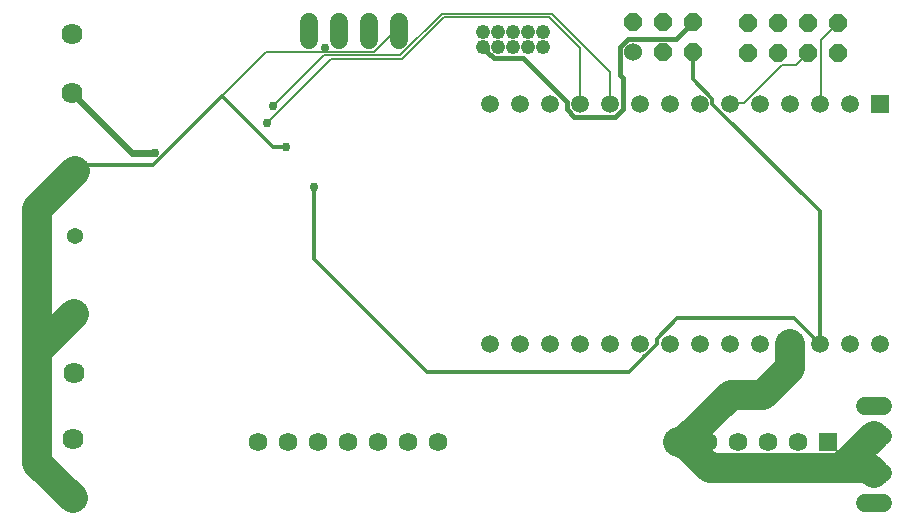
<source format=gbr>
G04 EAGLE Gerber RS-274X export*
G75*
%MOMM*%
%FSLAX34Y34*%
%LPD*%
%INBottom Copper*%
%IPPOS*%
%AMOC8*
5,1,8,0,0,1.08239X$1,22.5*%
G01*
%ADD10C,1.524000*%
%ADD11P,1.649562X8X22.500000*%
%ADD12P,1.649562X8X202.500000*%
%ADD13C,1.524000*%
%ADD14R,1.508000X1.508000*%
%ADD15C,1.508000*%
%ADD16C,1.590000*%
%ADD17R,1.590000X1.590000*%
%ADD18C,1.790700*%
%ADD19C,1.219200*%
%ADD20R,1.371600X1.371600*%
%ADD21C,1.371600*%
%ADD22C,2.540000*%
%ADD23C,0.152400*%
%ADD24C,0.304800*%
%ADD25C,0.756400*%
%ADD26C,0.406400*%
%ADD27C,0.609600*%


D10*
X579800Y480200D03*
D11*
X605200Y480200D03*
X630600Y480200D03*
X579800Y505600D03*
X605200Y505600D03*
X630600Y505600D03*
D12*
X753400Y505190D03*
X728000Y505190D03*
X702600Y505190D03*
X677200Y505190D03*
X753400Y479790D03*
X728000Y479790D03*
X702600Y479790D03*
X677200Y479790D03*
D13*
X305530Y490460D02*
X305530Y505700D01*
X330930Y505700D02*
X330930Y490460D01*
X356330Y490460D02*
X356330Y505700D01*
X381730Y505700D02*
X381730Y490460D01*
D14*
X788652Y436600D03*
D15*
X763252Y436600D03*
X737852Y436600D03*
X712452Y436600D03*
X687052Y436600D03*
X661652Y436600D03*
X636252Y436600D03*
X610852Y436600D03*
X585452Y436600D03*
X560052Y436600D03*
X534652Y436600D03*
X509252Y436600D03*
X483852Y436600D03*
X458452Y436600D03*
X458452Y233400D03*
X483852Y233400D03*
X509252Y233400D03*
X534652Y233400D03*
X560052Y233400D03*
X585452Y233400D03*
X610852Y233400D03*
X636252Y233400D03*
X661652Y233400D03*
X687052Y233400D03*
X712452Y233400D03*
X737852Y233400D03*
X763252Y233400D03*
X788652Y233400D03*
D16*
X262400Y150000D03*
X287800Y150000D03*
X313200Y150000D03*
X338600Y150000D03*
X364000Y150000D03*
X389400Y150000D03*
X414800Y150000D03*
X643400Y150000D03*
X618000Y150000D03*
X668800Y150000D03*
X694200Y150000D03*
X719600Y150000D03*
D17*
X745000Y150000D03*
D18*
X106110Y258730D03*
X106110Y208692D03*
X105430Y152420D03*
X105430Y102382D03*
X104710Y495600D03*
X104710Y445562D03*
D19*
X503810Y497490D03*
X503810Y484790D03*
X491110Y497490D03*
X491110Y484790D03*
X478410Y497490D03*
X478410Y484790D03*
X465710Y497490D03*
X465710Y484790D03*
X453010Y497490D03*
X453010Y484790D03*
D13*
X776330Y155460D02*
X791570Y155460D01*
X791570Y180860D02*
X776330Y180860D01*
X776110Y123890D02*
X791350Y123890D01*
X791350Y98490D02*
X776110Y98490D01*
D20*
X107300Y379840D03*
D21*
X107300Y324722D03*
D22*
X75000Y132812D02*
X105430Y102382D01*
X618000Y150000D02*
X622441Y150000D01*
X756316Y127826D02*
X783950Y155460D01*
X756316Y127826D02*
X644615Y127826D01*
X622441Y150000D01*
X779794Y127826D02*
X783730Y123890D01*
X779794Y127826D02*
X756316Y127826D01*
X712452Y212452D02*
X712452Y233400D01*
X662441Y190000D02*
X622441Y150000D01*
X690000Y190000D02*
X712452Y212452D01*
X690000Y190000D02*
X662441Y190000D01*
X75000Y227620D02*
X75000Y132812D01*
X75000Y227620D02*
X106110Y258730D01*
X75000Y347540D02*
X107300Y379840D01*
X75000Y347540D02*
X75000Y227620D01*
D23*
X643400Y150000D02*
X646960Y153081D01*
X622441Y150000D01*
X390000Y150000D02*
X389400Y150000D01*
D24*
X173750Y385000D02*
X118750Y385000D01*
D23*
X107300Y379840D01*
X377959Y498080D02*
X381730Y498080D01*
X377959Y498080D02*
X360433Y480554D01*
X318750Y480554D02*
X269304Y480554D01*
X318750Y480554D02*
X360433Y480554D01*
D24*
X231875Y443125D02*
X173750Y385000D01*
D23*
X231875Y443125D02*
X269304Y480554D01*
X318750Y480554D02*
X318750Y483750D01*
D25*
X318750Y483750D03*
D26*
X456058Y480792D02*
X461712Y475138D01*
X523556Y432004D02*
X530056Y425504D01*
X564648Y425504D02*
X571148Y432004D01*
X456058Y481742D02*
X453010Y484790D01*
X456058Y481742D02*
X456058Y480792D01*
X616376Y491376D02*
X630600Y505600D01*
X616376Y491376D02*
X575171Y491376D01*
X571148Y458437D02*
X571148Y432004D01*
X571148Y458437D02*
X568624Y460961D01*
X568624Y484829D01*
X575171Y491376D01*
X486406Y475138D02*
X461712Y475138D01*
X486406Y475138D02*
X523556Y437988D01*
X523556Y432004D01*
X530056Y425504D02*
X564648Y425504D01*
D25*
X285750Y400050D03*
D24*
X274950Y400050D01*
X231875Y443125D01*
X737852Y345426D02*
X737852Y233400D01*
D23*
X589522Y223574D02*
X588574Y223574D01*
D24*
X646840Y436438D02*
X646840Y440986D01*
X630600Y457226D02*
X630600Y480200D01*
X630600Y457226D02*
X646840Y440986D01*
X646840Y436438D02*
X737852Y345426D01*
X576592Y209566D02*
X405434Y209566D01*
X310000Y305000D01*
X576592Y209566D02*
X590388Y223362D01*
X600264Y233238D01*
X600264Y237786D01*
X716252Y255000D02*
X737852Y233400D01*
X310000Y305000D02*
X310000Y366250D01*
D25*
X310000Y366250D03*
D24*
X600264Y237786D02*
X617478Y255000D01*
X716252Y255000D01*
D23*
X590000Y223750D02*
X589522Y223574D01*
X590000Y223750D02*
X590388Y223362D01*
X739140Y437388D02*
X739140Y490728D01*
X752856Y504444D01*
X739140Y437388D02*
X737852Y436600D01*
X752856Y504444D02*
X753400Y505190D01*
X673608Y437388D02*
X662940Y437388D01*
X673608Y437388D02*
X705612Y469392D01*
X717804Y469392D01*
X726948Y478536D01*
X662940Y437388D02*
X661652Y436600D01*
X726948Y478536D02*
X728000Y479790D01*
X534652Y483409D02*
X534652Y436600D01*
X534652Y483409D02*
X508301Y509760D01*
X419760Y509760D01*
X385000Y475000D01*
X384458Y474458D01*
X384048Y474458D02*
X384590Y475000D01*
X385000Y475000D01*
D25*
X269837Y420000D03*
D23*
X324295Y474458D01*
X384048Y474458D01*
X560000Y463750D02*
X560000Y437500D01*
X560052Y436600D01*
X560000Y463750D02*
X560052Y464019D01*
D25*
X275296Y434704D03*
D23*
X318098Y477506D01*
X382785Y477506D01*
X418087Y512808D01*
X537700Y486371D02*
X537700Y486050D01*
X560000Y463750D01*
X537700Y486371D02*
X511263Y512808D01*
X418087Y512808D01*
D25*
X175000Y395000D03*
D27*
X155272Y395000D02*
X104710Y445562D01*
X155272Y395000D02*
X175000Y395000D01*
D23*
X458724Y234696D02*
X458452Y233400D01*
M02*

</source>
